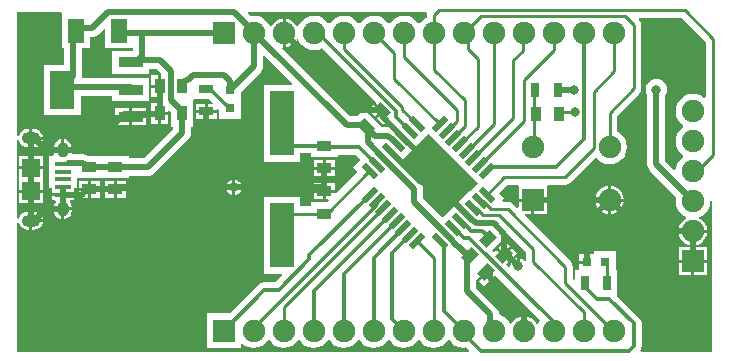
<source format=gtl>
G04*
G04 #@! TF.GenerationSoftware,Altium Limited,Altium Designer,20.0.2 (26)*
G04*
G04 Layer_Physical_Order=1*
G04 Layer_Color=255*
%FSLAX44Y44*%
%MOMM*%
G71*
G01*
G75*
%ADD15R,0.8000X0.8000*%
%ADD16R,0.7000X1.3000*%
%ADD17R,0.9000X1.3000*%
G04:AMPARAMS|DCode=18|XSize=0.9mm|YSize=1.3mm|CornerRadius=0mm|HoleSize=0mm|Usage=FLASHONLY|Rotation=135.000|XOffset=0mm|YOffset=0mm|HoleType=Round|Shape=Rectangle|*
%AMROTATEDRECTD18*
4,1,4,0.7778,0.1414,-0.1414,-0.7778,-0.7778,-0.1414,0.1414,0.7778,0.7778,0.1414,0.0*
%
%ADD18ROTATEDRECTD18*%

%ADD19R,1.3000X0.9000*%
G04:AMPARAMS|DCode=20|XSize=0.9mm|YSize=1.3mm|CornerRadius=0mm|HoleSize=0mm|Usage=FLASHONLY|Rotation=225.000|XOffset=0mm|YOffset=0mm|HoleType=Round|Shape=Rectangle|*
%AMROTATEDRECTD20*
4,1,4,-0.1414,0.7778,0.7778,-0.1414,0.1414,-0.7778,-0.7778,0.1414,-0.1414,0.7778,0.0*
%
%ADD20ROTATEDRECTD20*%

G04:AMPARAMS|DCode=21|XSize=0.55mm|YSize=1.5mm|CornerRadius=0mm|HoleSize=0mm|Usage=FLASHONLY|Rotation=315.000|XOffset=0mm|YOffset=0mm|HoleType=Round|Shape=Rectangle|*
%AMROTATEDRECTD21*
4,1,4,-0.7248,-0.3359,0.3359,0.7248,0.7248,0.3359,-0.3359,-0.7248,-0.7248,-0.3359,0.0*
%
%ADD21ROTATEDRECTD21*%

G04:AMPARAMS|DCode=22|XSize=0.55mm|YSize=1.5mm|CornerRadius=0mm|HoleSize=0mm|Usage=FLASHONLY|Rotation=45.000|XOffset=0mm|YOffset=0mm|HoleType=Round|Shape=Rectangle|*
%AMROTATEDRECTD22*
4,1,4,0.3359,-0.7248,-0.7248,0.3359,-0.3359,0.7248,0.7248,-0.3359,0.3359,-0.7248,0.0*
%
%ADD22ROTATEDRECTD22*%

%ADD23R,2.0000X5.5000*%
%ADD24R,1.3000X0.7000*%
%ADD25R,1.4000X2.0300*%
%ADD26R,2.1500X3.2500*%
%ADD27R,2.1500X0.9500*%
%ADD28R,1.3500X0.4000*%
%ADD29R,1.5000X1.5000*%
%ADD30R,0.8000X0.8000*%
%ADD52C,0.2500*%
%ADD53C,0.3000*%
%ADD54C,0.5000*%
%ADD55R,1.9000X1.9000*%
%ADD56C,1.9000*%
%ADD57R,1.9000X1.9000*%
%ADD58O,1.0000X1.3000*%
%ADD59O,1.5500X1.0000*%
%ADD60C,0.8000*%
G36*
X352948Y292612D02*
X352628Y291000D01*
Y289055D01*
X351687Y288666D01*
X348658Y286341D01*
X347100Y284311D01*
X345500D01*
X343941Y286341D01*
X340913Y288666D01*
X337385Y290127D01*
X333600Y290625D01*
X329815Y290127D01*
X326287Y288666D01*
X323259Y286341D01*
X321700Y284311D01*
X320100D01*
X318542Y286341D01*
X315513Y288666D01*
X311985Y290127D01*
X308200Y290625D01*
X304415Y290127D01*
X300887Y288666D01*
X297859Y286341D01*
X296300Y284311D01*
X294700D01*
X293141Y286341D01*
X290113Y288666D01*
X286585Y290127D01*
X282800Y290625D01*
X279015Y290127D01*
X275487Y288666D01*
X272458Y286341D01*
X270900Y284311D01*
X269300D01*
X267742Y286341D01*
X264713Y288666D01*
X261185Y290127D01*
X257400Y290625D01*
X253615Y290127D01*
X250087Y288666D01*
X247059Y286341D01*
X244734Y283312D01*
X244004Y281549D01*
X242734D01*
X242517Y282072D01*
X240587Y284587D01*
X238072Y286517D01*
X235143Y287730D01*
X233270Y287977D01*
Y276000D01*
Y264023D01*
X235143Y264270D01*
X238072Y265483D01*
X240587Y267413D01*
X242517Y269928D01*
X242734Y270451D01*
X244004D01*
X244734Y268687D01*
X247059Y265658D01*
X250087Y263334D01*
X253615Y261873D01*
X257400Y261375D01*
X261185Y261873D01*
X264102Y263082D01*
X309700Y217484D01*
X309223Y217008D01*
X315616Y210616D01*
X314718Y209718D01*
X315616Y208819D01*
X310638Y203841D01*
X316132Y198347D01*
X319400Y201615D01*
X320542Y201531D01*
X320937Y201356D01*
X321860Y200153D01*
X324334Y197679D01*
Y196409D01*
X323260Y195335D01*
X322110Y195811D01*
X320153Y196069D01*
X314931D01*
X299868Y211132D01*
X293998Y205261D01*
X288037D01*
X230451Y262847D01*
X230730Y263413D01*
Y276000D01*
Y287977D01*
X228857Y287730D01*
X225928Y286517D01*
X223413Y284587D01*
X221483Y282072D01*
X221266Y281549D01*
X219996D01*
X219266Y283312D01*
X216942Y286341D01*
X213913Y288666D01*
X210385Y290127D01*
X206600Y290625D01*
X203723Y290246D01*
X201260Y292709D01*
X201746Y293883D01*
X351998D01*
X352948Y292612D01*
D02*
G37*
G36*
X588878Y268111D02*
Y221331D01*
X587608Y220705D01*
X585312Y222466D01*
X581785Y223927D01*
X578000Y224425D01*
X574215Y223927D01*
X570687Y222466D01*
X567659Y220142D01*
X565334Y217113D01*
X563873Y213585D01*
X563375Y209800D01*
X563873Y206015D01*
X565334Y202488D01*
X567659Y199459D01*
X569689Y197900D01*
Y196300D01*
X567659Y194741D01*
X565334Y191713D01*
X563873Y188185D01*
X563375Y184400D01*
X563873Y180615D01*
X565334Y177087D01*
X567659Y174058D01*
X569689Y172500D01*
Y170900D01*
X567659Y169342D01*
X565334Y166313D01*
X563873Y162785D01*
X563575Y160519D01*
X562234Y160064D01*
X554565Y167733D01*
Y223074D01*
X554861Y223461D01*
X555768Y225651D01*
X556078Y228000D01*
X555768Y230350D01*
X554861Y232539D01*
X553419Y234419D01*
X551539Y235861D01*
X549350Y236768D01*
X547000Y237078D01*
X544650Y236768D01*
X542461Y235861D01*
X540581Y234419D01*
X539138Y232539D01*
X538232Y230350D01*
X537922Y228000D01*
X538232Y225651D01*
X539138Y223461D01*
X539435Y223074D01*
Y164600D01*
X539693Y162642D01*
X540449Y160818D01*
X541651Y159251D01*
X563832Y137070D01*
X563375Y133600D01*
X563873Y129815D01*
X565334Y126287D01*
X567659Y123258D01*
X570687Y120934D01*
X572451Y120204D01*
Y118934D01*
X571928Y118717D01*
X569413Y116787D01*
X567483Y114272D01*
X566270Y111343D01*
X566023Y109470D01*
X578000D01*
X589977D01*
X589730Y111343D01*
X588517Y114272D01*
X586587Y116787D01*
X584072Y118717D01*
X583549Y118934D01*
Y120204D01*
X585312Y120934D01*
X588341Y123258D01*
X590666Y126287D01*
X592127Y129815D01*
X592612Y133504D01*
X593882Y133421D01*
Y6118D01*
X533907D01*
X533280Y7387D01*
X533678Y7905D01*
X534333Y9487D01*
X534556Y11183D01*
Y30000D01*
X534333Y31697D01*
X533678Y33278D01*
X532636Y34636D01*
X514000Y53272D01*
Y75500D01*
X512500D01*
Y91000D01*
X494500D01*
Y88540D01*
X489770D01*
Y82000D01*
X488500D01*
Y80730D01*
X481960D01*
Y75500D01*
X478000D01*
Y67599D01*
X476730Y66966D01*
X476284Y67302D01*
Y78089D01*
X475799Y80527D01*
X474417Y82595D01*
X435725Y121287D01*
X436211Y122460D01*
X441230D01*
Y133230D01*
X430460D01*
Y128211D01*
X429287Y127725D01*
X425760Y131252D01*
X423693Y132633D01*
X421254Y133118D01*
X416852D01*
X416366Y134291D01*
X417816Y135742D01*
X413484Y140075D01*
X420686Y147277D01*
X429495D01*
X430460Y146540D01*
Y135770D01*
X442500D01*
X454540D01*
Y146540D01*
X455505Y147277D01*
X469650D01*
X472088Y147762D01*
X474156Y149143D01*
X495180Y170168D01*
X496447Y170085D01*
X497159Y169158D01*
X500187Y166834D01*
X503715Y165373D01*
X507500Y164875D01*
X511285Y165373D01*
X514813Y166834D01*
X517841Y169158D01*
X520166Y172188D01*
X521627Y175715D01*
X522125Y179500D01*
X521627Y183285D01*
X520166Y186812D01*
X517841Y189841D01*
X514813Y192166D01*
X513872Y192555D01*
Y205860D01*
X532506Y224494D01*
X533887Y226561D01*
X534372Y229000D01*
Y282415D01*
X533887Y284854D01*
X532506Y286921D01*
X531973Y287454D01*
X532459Y288628D01*
X568360D01*
X588878Y268111D01*
D02*
G37*
G36*
X43600Y293150D02*
Y262850D01*
X45685D01*
Y249250D01*
X28250D01*
Y206750D01*
X59750D01*
Y222435D01*
X86250D01*
Y218250D01*
X117750D01*
Y237750D01*
X86250D01*
Y237565D01*
X61556D01*
X60719Y238520D01*
X60815Y239250D01*
X60815Y239250D01*
Y262850D01*
X67600D01*
Y272435D01*
X69062D01*
X71020Y272693D01*
X72845Y273449D01*
X74412Y274651D01*
X79227Y279466D01*
X80400Y278980D01*
Y262850D01*
X103935D01*
Y260750D01*
X86250D01*
Y241250D01*
X117750D01*
Y245435D01*
X123867D01*
X127992Y241310D01*
X127770Y240774D01*
Y231000D01*
Y221960D01*
X128435D01*
Y219500D01*
X128592Y218310D01*
X127770Y217227D01*
Y209270D01*
X133540D01*
Y209603D01*
X134713Y210089D01*
X136000Y208802D01*
Y196500D01*
X137935D01*
Y194633D01*
X113367Y170065D01*
X100500D01*
Y172000D01*
X65849D01*
X65782Y172051D01*
X63958Y172807D01*
X62000Y173065D01*
X52931D01*
X51952Y174335D01*
X52105Y175500D01*
Y175730D01*
X44500D01*
X36895D01*
Y175500D01*
X37154Y173532D01*
X37351Y173056D01*
X36646Y172000D01*
X32750D01*
Y158000D01*
X32750D01*
Y151500D01*
Y145000D01*
X35210D01*
Y140270D01*
X53790D01*
Y145000D01*
X56250D01*
Y153000D01*
X100500D01*
Y154935D01*
X116500D01*
X118458Y155193D01*
X120282Y155949D01*
X121849Y157151D01*
X150849Y186151D01*
X152051Y187718D01*
X152807Y189542D01*
X152936Y190521D01*
X153065Y191500D01*
X153065Y191500D01*
Y196500D01*
X155000D01*
Y219500D01*
X156063Y220000D01*
X168228D01*
X171515Y216713D01*
X171029Y215540D01*
X167270D01*
Y210770D01*
X175040D01*
Y211288D01*
X176201Y211792D01*
X177000Y211142D01*
Y203500D01*
X195000D01*
Y218500D01*
Y225802D01*
X211949Y242751D01*
X211949Y242751D01*
X213151Y244318D01*
X213907Y246142D01*
X214165Y248100D01*
X214165Y248100D01*
Y256078D01*
X215338Y256564D01*
X238729Y233173D01*
X238243Y232000D01*
X215000D01*
Y167000D01*
X245000D01*
Y173944D01*
X254500D01*
Y171000D01*
X277500D01*
Y172444D01*
X293000D01*
X296685Y168759D01*
X290184Y162258D01*
X294215Y158227D01*
X276213Y140225D01*
X275040Y140711D01*
Y140730D01*
X267270D01*
Y134960D01*
X269289D01*
X269775Y133787D01*
X268488Y132500D01*
X254500D01*
Y129372D01*
X245000D01*
Y137000D01*
X215000D01*
Y72000D01*
X230069D01*
X230555Y70827D01*
X224560Y64832D01*
X215076D01*
X213379Y64608D01*
X211798Y63953D01*
X210440Y62912D01*
X186028Y38500D01*
X166300D01*
Y9500D01*
X195300D01*
Y12486D01*
X196570Y13112D01*
X198887Y11334D01*
X202415Y9873D01*
X206200Y9375D01*
X209985Y9873D01*
X213513Y11334D01*
X216542Y13658D01*
X218100Y15689D01*
X219700D01*
X221259Y13658D01*
X224287Y11334D01*
X227815Y9873D01*
X231600Y9375D01*
X235385Y9873D01*
X238913Y11334D01*
X241942Y13658D01*
X243500Y15689D01*
X245100D01*
X246658Y13658D01*
X249687Y11334D01*
X253215Y9873D01*
X257000Y9375D01*
X260785Y9873D01*
X264313Y11334D01*
X267341Y13658D01*
X268900Y15689D01*
X270500D01*
X272059Y13658D01*
X275087Y11334D01*
X278615Y9873D01*
X282400Y9375D01*
X286185Y9873D01*
X289713Y11334D01*
X292742Y13658D01*
X294300Y15689D01*
X295900D01*
X297458Y13658D01*
X300487Y11334D01*
X304015Y9873D01*
X307800Y9375D01*
X311585Y9873D01*
X315113Y11334D01*
X318141Y13658D01*
X319700Y15689D01*
X321300D01*
X322859Y13658D01*
X325887Y11334D01*
X329415Y9873D01*
X333200Y9375D01*
X336985Y9873D01*
X340513Y11334D01*
X343541Y13658D01*
X345100Y15689D01*
X346700D01*
X348259Y13658D01*
X351287Y11334D01*
X354815Y9873D01*
X358600Y9375D01*
X362385Y9873D01*
X365913Y11334D01*
X368941Y13658D01*
X370500Y15689D01*
X372100D01*
X373658Y13658D01*
X376687Y11334D01*
X380215Y9873D01*
X384000Y9375D01*
X386279Y9675D01*
X388663Y7291D01*
X388177Y6118D01*
X6118D01*
Y115074D01*
X7387Y115157D01*
X7404Y115032D01*
X8164Y113197D01*
X9372Y111622D01*
X10948Y110414D01*
X12782Y109654D01*
X14750Y109395D01*
X16230D01*
Y117000D01*
Y124605D01*
X14750D01*
X12782Y124346D01*
X10948Y123586D01*
X9372Y122378D01*
X8164Y120802D01*
X7404Y118968D01*
X7387Y118843D01*
X6118Y118926D01*
Y185074D01*
X7387Y185157D01*
X7404Y185032D01*
X8164Y183197D01*
X9372Y181622D01*
X10948Y180414D01*
X12782Y179654D01*
X14750Y179395D01*
X16230D01*
Y187000D01*
Y194605D01*
X14750D01*
X12782Y194346D01*
X10948Y193586D01*
X9372Y192378D01*
X8164Y190802D01*
X7404Y188968D01*
X7387Y188843D01*
X6118Y188926D01*
Y293883D01*
X42633D01*
X43600Y293150D01*
D02*
G37*
G36*
X360541Y184179D02*
X366198Y178522D01*
X371855Y172865D01*
X377511Y167208D01*
X383168Y161551D01*
X388825Y155894D01*
X395719Y149000D01*
X389179Y142459D01*
X383522Y136802D01*
X377865Y131146D01*
X377511Y130792D01*
X366965Y120245D01*
X365369Y120044D01*
X349809Y135605D01*
Y143785D01*
X349809Y143785D01*
X349551Y145743D01*
X348796Y147568D01*
X347593Y149134D01*
X347593Y149134D01*
X330701Y166026D01*
X330489Y167208D01*
X341449Y178168D01*
X341802Y178522D01*
X347459Y184179D01*
X354000Y190719D01*
X360541Y184179D01*
D02*
G37*
G36*
X436628Y90360D02*
Y83192D01*
X435358Y82761D01*
X434664Y83664D01*
X433298Y84713D01*
X431707Y85372D01*
X431270Y85429D01*
Y79000D01*
X428730D01*
Y85429D01*
X428293Y85372D01*
X426702Y84713D01*
X425336Y83664D01*
X424287Y82298D01*
X423628Y80707D01*
X423404Y79000D01*
X423432Y78787D01*
X422229Y78194D01*
X419907Y80516D01*
X421797Y82406D01*
X416819Y87384D01*
X411841Y92362D01*
X409951Y90472D01*
X408211Y92211D01*
X419132Y103132D01*
X408064Y114200D01*
X408549Y115373D01*
X411615D01*
X436628Y90360D01*
D02*
G37*
G36*
X408594Y69202D02*
X410635Y71244D01*
X448851Y33028D01*
X447534Y31312D01*
X446804Y29549D01*
X445534D01*
X445317Y30072D01*
X443387Y32587D01*
X440872Y34517D01*
X437943Y35730D01*
X436070Y35977D01*
Y24000D01*
X433530D01*
Y35977D01*
X431657Y35730D01*
X428728Y34517D01*
X426213Y32587D01*
X424283Y30072D01*
X424066Y29549D01*
X422796D01*
X422066Y31312D01*
X419742Y34341D01*
X416713Y36666D01*
X413880Y37839D01*
X413646Y39619D01*
X412890Y41444D01*
X411688Y43011D01*
X411688Y43011D01*
X394433Y60265D01*
Y67123D01*
X394995Y67356D01*
X401819Y74180D01*
X402718Y73282D01*
X403616Y74180D01*
X408594Y69202D01*
D02*
G37*
%LPC*%
G36*
X307427Y215212D02*
X303347Y211132D01*
X308841Y205637D01*
X312922Y209718D01*
X307427Y215212D01*
D02*
G37*
G36*
X508770Y146477D02*
Y135770D01*
X519477D01*
X519230Y137643D01*
X518017Y140572D01*
X516087Y143087D01*
X513572Y145017D01*
X510643Y146230D01*
X508770Y146477D01*
D02*
G37*
G36*
X506230Y146477D02*
X504357Y146230D01*
X501428Y145017D01*
X498913Y143087D01*
X496983Y140572D01*
X495770Y137643D01*
X495523Y135770D01*
X506230D01*
Y146477D01*
D02*
G37*
G36*
Y133230D02*
X495523D01*
X495770Y131357D01*
X496983Y128428D01*
X498913Y125913D01*
X501428Y123983D01*
X504357Y122770D01*
X506230Y122523D01*
Y133230D01*
D02*
G37*
G36*
X519477D02*
X508770D01*
Y122523D01*
X510643Y122770D01*
X513572Y123983D01*
X516087Y125913D01*
X518017Y128428D01*
X519230Y131357D01*
X519477Y133230D01*
D02*
G37*
G36*
X454540Y133230D02*
X443770D01*
Y122460D01*
X454540D01*
Y133230D01*
D02*
G37*
G36*
X589977Y106930D02*
X578000D01*
X566023D01*
X566270Y105057D01*
X567483Y102128D01*
X569413Y99613D01*
X571928Y97683D01*
X574857Y96470D01*
X577188Y96163D01*
X577591Y96110D01*
X577508Y94840D01*
X565960D01*
Y84070D01*
X578000D01*
X590040D01*
Y94840D01*
X578492D01*
X578409Y96110D01*
X578812Y96163D01*
X581143Y96470D01*
X584072Y97683D01*
X586587Y99613D01*
X588517Y102128D01*
X589730Y105057D01*
X589977Y106930D01*
D02*
G37*
G36*
X487230Y88540D02*
X481960D01*
Y83270D01*
X487230D01*
Y88540D01*
D02*
G37*
G36*
X590040Y81530D02*
X579270D01*
Y70760D01*
X590040D01*
Y81530D01*
D02*
G37*
G36*
X576730D02*
X565960D01*
Y70760D01*
X576730D01*
Y81530D01*
D02*
G37*
G36*
X125230Y240040D02*
X119460D01*
Y232270D01*
X125230D01*
Y240040D01*
D02*
G37*
G36*
Y229730D02*
X119460D01*
Y221960D01*
X125230D01*
Y229730D01*
D02*
G37*
G36*
X164730Y215540D02*
X156960D01*
Y210770D01*
X164730D01*
Y215540D01*
D02*
G37*
G36*
X125230Y217040D02*
X119460D01*
Y209270D01*
X125230D01*
Y217040D01*
D02*
G37*
G36*
X115290Y212290D02*
X103270D01*
Y206270D01*
X115290D01*
Y212290D01*
D02*
G37*
G36*
X100730D02*
X88710D01*
Y206270D01*
X100730D01*
Y212290D01*
D02*
G37*
G36*
X175040Y208230D02*
X167270D01*
Y203460D01*
X175040D01*
Y208230D01*
D02*
G37*
G36*
X164730D02*
X156960D01*
Y203460D01*
X164730D01*
Y208230D01*
D02*
G37*
G36*
X133540Y206730D02*
X127770D01*
Y198960D01*
X133540D01*
Y206730D01*
D02*
G37*
G36*
X125230D02*
X119460D01*
Y198960D01*
X125230D01*
Y206730D01*
D02*
G37*
G36*
X115290Y203730D02*
X103270D01*
Y197710D01*
X115290D01*
Y203730D01*
D02*
G37*
G36*
X100730D02*
X88710D01*
Y197710D01*
X100730D01*
Y203730D01*
D02*
G37*
G36*
X20250Y194605D02*
X18770D01*
Y188270D01*
X27688D01*
X27596Y188968D01*
X26836Y190802D01*
X25628Y192378D01*
X24053Y193586D01*
X22218Y194346D01*
X20250Y194605D01*
D02*
G37*
G36*
X27688Y185730D02*
X18770D01*
Y179395D01*
X20250D01*
X22218Y179654D01*
X24053Y180414D01*
X25628Y181622D01*
X26836Y183197D01*
X27596Y185032D01*
X27688Y185730D01*
D02*
G37*
G36*
X45770Y185938D02*
Y178270D01*
X52105D01*
Y178500D01*
X51846Y180468D01*
X51086Y182302D01*
X49878Y183878D01*
X48302Y185086D01*
X46468Y185846D01*
X45770Y185938D01*
D02*
G37*
G36*
X43230D02*
X42532Y185846D01*
X40697Y185086D01*
X39122Y183878D01*
X37914Y182302D01*
X37154Y180468D01*
X36895Y178500D01*
Y178270D01*
X43230D01*
Y185938D01*
D02*
G37*
G36*
X27540Y172040D02*
X18770D01*
Y163270D01*
X27540D01*
Y172040D01*
D02*
G37*
G36*
X16230D02*
X7460D01*
Y163270D01*
X16230D01*
Y172040D01*
D02*
G37*
G36*
X275040Y168540D02*
X267270D01*
Y162770D01*
X275040D01*
Y168540D01*
D02*
G37*
G36*
X264730D02*
X256960D01*
Y162770D01*
X264730D01*
Y168540D01*
D02*
G37*
G36*
X275040Y160230D02*
X267270D01*
Y154460D01*
X275040D01*
Y160230D01*
D02*
G37*
G36*
X264730D02*
X256960D01*
Y154460D01*
X264730D01*
Y160230D01*
D02*
G37*
G36*
X190545Y151679D02*
Y146520D01*
X195704D01*
X195646Y146957D01*
X194988Y148548D01*
X193939Y149914D01*
X192573Y150963D01*
X190982Y151622D01*
X190545Y151679D01*
D02*
G37*
G36*
X188005D02*
X187568Y151622D01*
X185977Y150963D01*
X184611Y149914D01*
X183562Y148548D01*
X182903Y146957D01*
X182846Y146520D01*
X188005D01*
Y151679D01*
D02*
G37*
G36*
X76040Y150540D02*
X68270D01*
Y144770D01*
X76040D01*
Y150540D01*
D02*
G37*
G36*
X65730D02*
X57960D01*
Y144770D01*
X65730D01*
Y150540D01*
D02*
G37*
G36*
X98040D02*
X90270D01*
Y144770D01*
X98040D01*
Y150540D01*
D02*
G37*
G36*
X87730D02*
X79960D01*
Y144770D01*
X87730D01*
Y150540D01*
D02*
G37*
G36*
X275040Y149040D02*
X267270D01*
Y143270D01*
X275040D01*
Y149040D01*
D02*
G37*
G36*
X27540Y160730D02*
X7460D01*
Y152040D01*
X7460D01*
Y143270D01*
X27540D01*
Y151960D01*
X27540D01*
Y160730D01*
D02*
G37*
G36*
X264730Y149040D02*
X256960D01*
Y143270D01*
X264730D01*
Y149040D01*
D02*
G37*
G36*
X195704Y143980D02*
X190545D01*
Y138821D01*
X190982Y138878D01*
X192573Y139537D01*
X193939Y140586D01*
X194988Y141952D01*
X195646Y143543D01*
X195704Y143980D01*
D02*
G37*
G36*
X188005D02*
X182846D01*
X182903Y143543D01*
X183562Y141952D01*
X184611Y140586D01*
X185977Y139537D01*
X187568Y138878D01*
X188005Y138821D01*
Y143980D01*
D02*
G37*
G36*
X98040Y142230D02*
X90270D01*
Y136460D01*
X98040D01*
Y142230D01*
D02*
G37*
G36*
X87730D02*
X79960D01*
Y136460D01*
X87730D01*
Y142230D01*
D02*
G37*
G36*
X76040Y142230D02*
X68270D01*
Y136460D01*
X76040D01*
Y142230D01*
D02*
G37*
G36*
X65730D02*
X57960D01*
Y136460D01*
X65730D01*
Y142230D01*
D02*
G37*
G36*
X264730Y140730D02*
X256960D01*
Y134960D01*
X264730D01*
Y140730D01*
D02*
G37*
G36*
X27540D02*
X18770D01*
Y131960D01*
X27540D01*
Y140730D01*
D02*
G37*
G36*
X16230D02*
X7460D01*
Y131960D01*
X16230D01*
Y140730D01*
D02*
G37*
G36*
X53790Y137730D02*
X35210D01*
Y134460D01*
X37968D01*
X38595Y133190D01*
X37914Y132303D01*
X37154Y130468D01*
X36895Y128500D01*
Y128270D01*
X44500D01*
X52105D01*
Y128500D01*
X51846Y130468D01*
X51086Y132303D01*
X50405Y133190D01*
X51031Y134460D01*
X53790D01*
Y137730D01*
D02*
G37*
G36*
X20250Y124605D02*
X18770D01*
Y118270D01*
X27688D01*
X27596Y118968D01*
X26836Y120802D01*
X25628Y122378D01*
X24053Y123586D01*
X22218Y124346D01*
X20250Y124605D01*
D02*
G37*
G36*
X43230Y125730D02*
X36895D01*
Y125500D01*
X37154Y123532D01*
X37914Y121698D01*
X39122Y120122D01*
X40697Y118914D01*
X42532Y118154D01*
X43230Y118062D01*
Y125730D01*
D02*
G37*
G36*
X52105D02*
X45770D01*
Y118062D01*
X46468Y118154D01*
X48302Y118914D01*
X49878Y120122D01*
X51086Y121698D01*
X51846Y123532D01*
X52105Y125500D01*
Y125730D01*
D02*
G37*
G36*
X27688Y115730D02*
X18770D01*
Y109395D01*
X20250D01*
X22218Y109654D01*
X24053Y110414D01*
X25628Y111622D01*
X26836Y113197D01*
X27596Y115032D01*
X27688Y115730D01*
D02*
G37*
G36*
X419132Y99653D02*
X413637Y94158D01*
X417717Y90078D01*
X423212Y95573D01*
X419132Y99653D01*
D02*
G37*
G36*
X425008Y93777D02*
X419513Y88282D01*
X423593Y84202D01*
X429088Y89697D01*
X425008Y93777D01*
D02*
G37*
G36*
X402718Y71486D02*
X397223Y65992D01*
X401303Y61912D01*
X406797Y67407D01*
X402718Y71486D01*
D02*
G37*
%LPD*%
D15*
X503500Y82000D02*
D03*
X488500D02*
D03*
D16*
X505500Y64000D02*
D03*
X486500D02*
D03*
X463500Y228000D02*
D03*
X444500D02*
D03*
D17*
X464500Y207000D02*
D03*
X445500D02*
D03*
X126500Y231000D02*
D03*
X145500D02*
D03*
X126500Y208000D02*
D03*
X145500D02*
D03*
D18*
X417718Y88282D02*
D03*
X404282Y101718D02*
D03*
X402718Y73282D02*
D03*
X389282Y86718D02*
D03*
D19*
X266000Y161500D02*
D03*
Y180500D02*
D03*
Y142000D02*
D03*
Y123000D02*
D03*
X67000Y143500D02*
D03*
Y162500D02*
D03*
X89000Y143500D02*
D03*
Y162500D02*
D03*
D20*
X314718Y209718D02*
D03*
X301283Y196283D02*
D03*
D21*
X363899Y198498D02*
D03*
X369556Y192841D02*
D03*
X375213Y187184D02*
D03*
X380870Y181527D02*
D03*
X386527Y175870D02*
D03*
X392184Y170213D02*
D03*
X397841Y164556D02*
D03*
X403498Y158899D02*
D03*
X344100Y99502D02*
D03*
X338444Y105159D02*
D03*
X332787Y110816D02*
D03*
X327130Y116473D02*
D03*
X321473Y122130D02*
D03*
X315816Y127787D02*
D03*
X310159Y133444D02*
D03*
X304503Y139101D02*
D03*
D22*
X403498D02*
D03*
X397841Y133444D02*
D03*
X392184Y127787D02*
D03*
X386527Y122130D02*
D03*
X380870Y116473D02*
D03*
X375213Y110816D02*
D03*
X369556Y105159D02*
D03*
X363899Y99502D02*
D03*
X304503Y158899D02*
D03*
X310159Y164556D02*
D03*
X315816Y170213D02*
D03*
X321473Y175870D02*
D03*
X327130Y181527D02*
D03*
X332787Y187184D02*
D03*
X338444Y192841D02*
D03*
X344100Y198498D02*
D03*
D23*
X230000Y199500D02*
D03*
Y104500D02*
D03*
D24*
X166000Y228500D02*
D03*
Y209500D02*
D03*
D25*
X92400Y278000D02*
D03*
X55600D02*
D03*
D26*
X44000Y228000D02*
D03*
D27*
X102000Y251000D02*
D03*
X102000Y228000D02*
D03*
X102000Y205000D02*
D03*
D28*
X44500Y165000D02*
D03*
X44500Y158500D02*
D03*
Y152000D02*
D03*
Y145500D02*
D03*
Y139000D02*
D03*
D29*
X17500Y162000D02*
D03*
X17500Y142000D02*
D03*
D30*
X186000Y212500D02*
D03*
Y227500D02*
D03*
D52*
X578000Y159000D02*
X581786D01*
X344100Y99502D02*
X358600Y85003D01*
Y24000D02*
Y85003D01*
X325000Y237397D02*
Y259200D01*
Y237397D02*
X363899Y198498D01*
Y198498D02*
Y198498D01*
X333600Y255400D02*
X378000Y211000D01*
X333600Y255400D02*
Y276000D01*
X282800Y262625D02*
X331746Y213679D01*
Y210852D02*
Y213679D01*
X282800Y262625D02*
Y276000D01*
X331746Y210852D02*
X344100Y198498D01*
X308200Y276000D02*
X325000Y259200D01*
X435000Y236000D02*
X460600Y261600D01*
Y276000D01*
X397841Y164556D02*
X435000Y201716D01*
X409800Y199143D02*
Y276000D01*
X386527Y175870D02*
X409800Y199143D01*
X414254Y121746D02*
X443000Y93000D01*
X400346Y121746D02*
X414254D01*
X392184Y127787D02*
X394305D01*
X400346Y121746D01*
X406660Y126746D02*
X421254D01*
X399962Y133444D02*
X406660Y126746D01*
X469911Y64089D02*
X510000Y24000D01*
X397841Y133444D02*
X399962D01*
X421254Y126746D02*
X469911Y78089D01*
Y64089D02*
Y78089D01*
X206200Y27363D02*
X310159Y131322D01*
X469650Y153650D02*
X494250Y178250D01*
X511400Y243468D02*
Y276000D01*
X494250Y226318D02*
X511400Y243468D01*
X494250Y178250D02*
Y226318D01*
X398400Y290000D02*
X520415D01*
X363000Y295000D02*
X571000D01*
X418046Y153650D02*
X469650D01*
X403498Y139101D02*
X418046Y153650D01*
X403498Y139101D02*
Y139101D01*
X443500Y180500D02*
Y227000D01*
X571000Y295000D02*
X595250Y270750D01*
Y172465D02*
Y270750D01*
X503500Y82000D02*
X505500Y80000D01*
Y64000D02*
Y80000D01*
X464500Y207000D02*
X466500Y209000D01*
X478000D01*
X359000Y276000D02*
Y291000D01*
X363000Y295000D01*
X384400Y276000D02*
X398400Y290000D01*
X581786Y159000D02*
X595250Y172465D01*
X520415Y290000D02*
X528000Y282415D01*
Y229000D02*
Y282415D01*
X507500Y208500D02*
X528000Y229000D01*
X507500Y179500D02*
Y208500D01*
X444500Y228000D02*
Y231000D01*
X443500Y227000D02*
X444500Y228000D01*
X442500Y179500D02*
X443500Y180500D01*
X435000Y201716D02*
Y236000D01*
X434000Y261000D02*
Y274800D01*
X426000Y253000D02*
X434000Y261000D01*
X392184Y170213D02*
X426000Y204029D01*
X238750Y123000D02*
X266000D01*
X230000Y114250D02*
X238750Y123000D01*
X230000Y104500D02*
Y114250D01*
X303899Y158899D02*
X304503D01*
X268000Y123000D02*
X303899Y158899D01*
X266000Y123000D02*
X268000D01*
X369556Y192841D02*
X378000Y201284D01*
Y211000D01*
X359000Y245000D02*
Y276000D01*
Y245000D02*
X385000Y219000D01*
X375213Y187184D02*
X385000Y196971D01*
Y219000D01*
X384400Y276000D02*
X387250Y273150D01*
Y262750D02*
Y273150D01*
X396000Y196657D02*
Y254000D01*
X387250Y262750D02*
X396000Y254000D01*
X380870Y181527D02*
X396000Y196657D01*
X434000Y274800D02*
X435200Y276000D01*
X426000Y204029D02*
Y253000D01*
X510000Y24000D02*
X511000D01*
X485600D02*
Y39432D01*
X443000Y82032D02*
X485600Y39432D01*
X443000Y82032D02*
Y93000D01*
X231600Y43571D02*
X315816Y127787D01*
X231600Y24000D02*
Y43571D01*
X310159Y131322D02*
Y133444D01*
X206200Y24000D02*
Y27363D01*
D53*
X260456Y276000D02*
X326496Y209960D01*
X257400Y276000D02*
X260456D01*
X326496Y204789D02*
Y209960D01*
Y204789D02*
X338444Y192841D01*
X388428Y102723D02*
X460200Y30951D01*
X375213Y110816D02*
X375998D01*
X384091Y102723D01*
X388428D01*
X460200Y24000D02*
Y30951D01*
X253208Y84208D02*
Y87806D01*
X227276Y58276D02*
X253208Y84208D01*
X215076Y58276D02*
X227276D01*
X406856Y162258D02*
X462258D01*
X403498Y158899D02*
X406856Y162258D01*
X398226Y7000D02*
X523817D01*
X528000Y11183D02*
Y30000D01*
X523817Y7000D02*
X528000Y11183D01*
X384000Y21226D02*
X398226Y7000D01*
X399500Y108500D02*
X403282Y104718D01*
X391318Y108500D02*
X399500D01*
X391195Y108623D02*
X391318Y108500D01*
X390488Y108623D02*
X391195D01*
X382638Y116473D02*
X390488Y108623D01*
X486500Y61000D02*
Y64000D01*
Y61000D02*
X496500Y51000D01*
X507000D01*
X528000Y30000D01*
X384000Y21226D02*
Y24000D01*
X166000Y228500D02*
X169000D01*
X182500Y215000D01*
X183500D01*
X186000Y212500D01*
X486000Y186000D02*
Y276000D01*
X462258Y162258D02*
X486000Y186000D01*
X253208Y87806D02*
X304503Y139101D01*
X238500Y180500D02*
X266000D01*
X230000Y189000D02*
X238500Y180500D01*
X230000Y189000D02*
Y199500D01*
X266000Y180500D02*
X267500Y179000D01*
X295716D02*
X310159Y164556D01*
X267500Y179000D02*
X295716D01*
X380870Y116473D02*
X382638D01*
X403282Y104718D02*
X403283D01*
X363899Y99502D02*
X367258Y96144D01*
Y40742D02*
Y96144D01*
Y40742D02*
X384000Y24000D01*
X323000Y34200D02*
X333200Y24000D01*
X323000Y89716D02*
X338444Y105159D01*
X323000Y34200D02*
Y89716D01*
X307800Y85829D02*
X332787Y110816D01*
X307800Y24000D02*
Y85829D01*
X282400Y71743D02*
X327130Y116473D01*
X282400Y24000D02*
Y71743D01*
X257000Y57657D02*
X321473Y122130D01*
X257000Y24000D02*
Y57657D01*
X180800Y24000D02*
X215076Y58276D01*
D54*
X296868Y211132D02*
X313303D01*
X232000Y276000D02*
X296868Y211132D01*
X386868Y88303D02*
X388283Y89718D01*
X386868Y57132D02*
Y88303D01*
X53250Y280000D02*
X69062D01*
X53250Y239250D02*
Y280000D01*
X44000Y230000D02*
X102000D01*
X417718Y91283D02*
X430000Y79000D01*
X96000Y207000D02*
X125500D01*
X17500Y142000D02*
Y187000D01*
X89000Y143500D02*
X90750Y145250D01*
X332739Y164604D02*
X347813Y149530D01*
X321473Y175870D02*
X332739Y164604D01*
X337604D01*
X344000Y171000D02*
Y175971D01*
X337604Y164604D02*
X344000Y171000D01*
X332787Y187184D02*
X344000Y175971D01*
X102000Y253000D02*
X108000D01*
X92400Y280000D02*
X96400Y276000D01*
X127000Y253000D02*
X136000Y244000D01*
Y219500D02*
Y244000D01*
Y219500D02*
X145500Y210000D01*
X62000Y165500D02*
X65000Y162500D01*
X48750Y165500D02*
X62000D01*
X65000Y162500D02*
X67000D01*
X89000D01*
X434800Y24000D02*
Y40208D01*
X406328Y68680D02*
X434800Y40208D01*
X406328Y68680D02*
Y71672D01*
X409263Y115000D02*
X418132Y106132D01*
X394011Y115000D02*
X409263D01*
X418132Y92697D02*
Y106132D01*
X386527Y122130D02*
X386880D01*
X394011Y115000D01*
X67000Y143500D02*
X89000D01*
X44500Y139000D02*
X60500D01*
X65000Y143500D01*
X67000D01*
X44500Y139000D02*
Y145000D01*
X206600Y276000D02*
Y276671D01*
X189271Y294000D02*
X206600Y276671D01*
X83062Y294000D02*
X189271D01*
X69062Y280000D02*
X83062Y294000D01*
X96400Y276000D02*
X112027D01*
X320153Y188504D02*
X327130Y181527D01*
X309061Y188504D02*
X320153D01*
X189275Y145250D02*
X262750D01*
X90750D02*
X189275D01*
X315816Y170213D02*
X342244Y143785D01*
Y132471D02*
X369556Y105159D01*
X342244Y132471D02*
Y143785D01*
X347813Y149530D02*
X359127D01*
X386527Y122130D01*
X266000Y142000D02*
Y161500D01*
X262750Y145250D02*
X266000Y142000D01*
X166000Y177000D02*
Y209500D01*
X135750Y146750D02*
X166000Y177000D01*
X145500Y231000D02*
Y233000D01*
X148500Y236000D01*
X150500D01*
X154500Y240000D01*
X181000D01*
X186000Y227500D02*
Y235000D01*
X181000Y240000D02*
X186000Y235000D01*
X108000Y253000D02*
X127000D01*
X145500Y208000D02*
Y210000D01*
X44000Y230000D02*
X53250Y239250D01*
X126500Y208000D02*
Y231000D01*
X125500Y207000D02*
X126500Y208000D01*
X145500Y191500D02*
Y208000D01*
X116500Y162500D02*
X145500Y191500D01*
X89000Y162500D02*
X116500D01*
X44500Y177000D02*
X66000D01*
X96000Y207000D01*
X30250Y177000D02*
X44500D01*
X20250Y187000D02*
X30250Y177000D01*
X17500Y187000D02*
X20250D01*
X44500Y127000D02*
Y139000D01*
X17500Y117000D02*
X20250D01*
X30250Y127000D01*
X44500D01*
X17500Y117000D02*
Y142000D01*
X112027Y276000D02*
X181200D01*
X108000Y253000D02*
X111500Y256500D01*
Y275473D01*
X112027Y276000D01*
X299868Y197697D02*
X301283Y196283D01*
X284903Y197697D02*
X299868D01*
X206600Y276000D02*
X284903Y197697D01*
X206600Y248100D02*
Y276000D01*
X186000Y227500D02*
X206600Y248100D01*
X313303Y211132D02*
X314718Y209718D01*
X547000Y164600D02*
X578000Y133600D01*
X547000Y164600D02*
Y228000D01*
X463500D02*
X477000D01*
X533800Y108200D02*
X578000D01*
X507500Y134500D02*
X533800Y108200D01*
X578000Y82800D02*
Y108200D01*
X488500Y82000D02*
Y115500D01*
X507500Y134500D01*
X442500D02*
X507500D01*
X302697Y183333D02*
X315816Y170213D01*
X302697Y183333D02*
Y194868D01*
X301283Y196283D02*
X302697Y194868D01*
X301283Y196283D02*
X309061Y188504D01*
X301283Y196283D02*
X301283D01*
X314718Y205253D02*
X332787Y187184D01*
X314718Y205253D02*
Y209718D01*
X378720Y95996D02*
X384998Y89718D01*
X378526Y95996D02*
X378720D01*
X375304Y99218D02*
X378526Y95996D01*
X375304Y99218D02*
Y99411D01*
X369556Y105159D02*
X375304Y99411D01*
X406339Y27062D02*
X409400Y24000D01*
X406339Y27062D02*
Y37661D01*
X386868Y57132D02*
X406339Y37661D01*
X384998Y89718D02*
X388283D01*
D55*
X181200Y276000D02*
D03*
X442500Y134500D02*
D03*
X180800Y24000D02*
D03*
D56*
X206600Y276000D02*
D03*
X232000D02*
D03*
X257400D02*
D03*
X282800D02*
D03*
X308200D02*
D03*
X333600D02*
D03*
X359000D02*
D03*
X384400D02*
D03*
X409800D02*
D03*
X435200D02*
D03*
X460600D02*
D03*
X486000D02*
D03*
X511400D02*
D03*
X578000Y209800D02*
D03*
Y184400D02*
D03*
Y159000D02*
D03*
Y133600D02*
D03*
Y108200D02*
D03*
X507500Y134500D02*
D03*
X442500Y179500D02*
D03*
X507500D02*
D03*
X511000Y24000D02*
D03*
X485600D02*
D03*
X460200D02*
D03*
X434800D02*
D03*
X409400D02*
D03*
X384000D02*
D03*
X358600D02*
D03*
X333200D02*
D03*
X307800D02*
D03*
X282400D02*
D03*
X257000D02*
D03*
X231600D02*
D03*
X206200D02*
D03*
D57*
X578000Y82800D02*
D03*
D58*
X44500Y177000D02*
D03*
Y127000D02*
D03*
D59*
X17500Y187000D02*
D03*
Y117000D02*
D03*
D60*
X189275Y145250D02*
D03*
X430000Y79000D02*
D03*
X547000Y228000D02*
D03*
X477000D02*
D03*
X478000Y209000D02*
D03*
M02*

</source>
